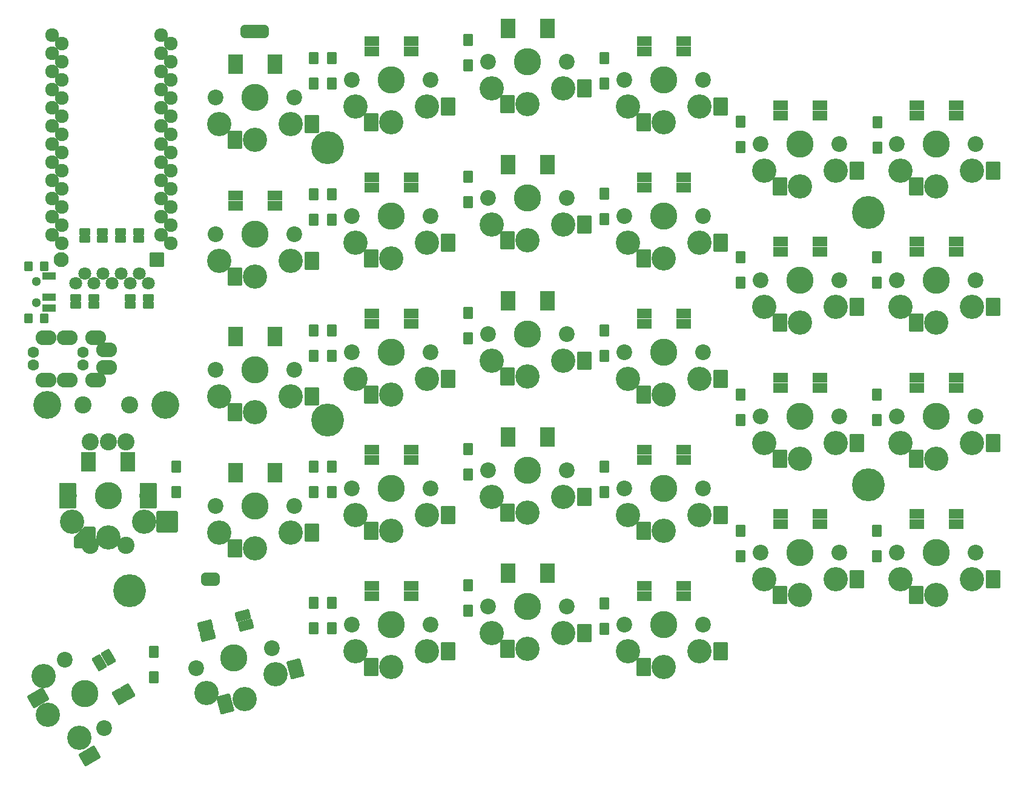
<source format=gbr>
%TF.GenerationSoftware,KiCad,Pcbnew,8.0.7-8.0.7-0~ubuntu24.04.1*%
%TF.CreationDate,2024-12-06T11:00:36+01:00*%
%TF.ProjectId,SofleKeyboard,536f666c-654b-4657-9962-6f6172642e6b,rev?*%
%TF.SameCoordinates,Original*%
%TF.FileFunction,Soldermask,Top*%
%TF.FilePolarity,Negative*%
%FSLAX46Y46*%
G04 Gerber Fmt 4.6, Leading zero omitted, Abs format (unit mm)*
G04 Created by KiCad (PCBNEW 8.0.7-8.0.7-0~ubuntu24.04.1) date 2024-12-06 11:00:36*
%MOMM*%
%LPD*%
G01*
G04 APERTURE LIST*
G04 Aperture macros list*
%AMRoundRect*
0 Rectangle with rounded corners*
0 $1 Rounding radius*
0 $2 $3 $4 $5 $6 $7 $8 $9 X,Y pos of 4 corners*
0 Add a 4 corners polygon primitive as box body*
4,1,4,$2,$3,$4,$5,$6,$7,$8,$9,$2,$3,0*
0 Add four circle primitives for the rounded corners*
1,1,$1+$1,$2,$3*
1,1,$1+$1,$4,$5*
1,1,$1+$1,$6,$7*
1,1,$1+$1,$8,$9*
0 Add four rect primitives between the rounded corners*
20,1,$1+$1,$2,$3,$4,$5,0*
20,1,$1+$1,$4,$5,$6,$7,0*
20,1,$1+$1,$6,$7,$8,$9,0*
20,1,$1+$1,$8,$9,$2,$3,0*%
%AMFreePoly0*
4,1,40,0.636777,0.930194,0.706366,0.874698,0.744986,0.794504,0.750000,0.750000,0.750000,-0.750000,0.730194,-0.836777,0.674698,-0.906366,0.594504,-0.944986,0.550000,-0.950000,0.000000,-0.950000,-0.022297,-0.944911,-0.071157,-0.944911,-0.127504,-0.936810,-0.264055,-0.896715,-0.315837,-0.873066,-0.435559,-0.796125,-0.478580,-0.758847,-0.571777,-0.651292,-0.602554,-0.603402,-0.661673,-0.473948,
-0.677710,-0.419330,-0.697964,-0.278464,-0.700000,-0.250000,-0.700000,0.250000,-0.697964,0.278464,-0.677710,0.419330,-0.661673,0.473948,-0.602554,0.603402,-0.571777,0.651292,-0.478580,0.758847,-0.435559,0.796125,-0.315837,0.873066,-0.264055,0.896715,-0.127504,0.936810,-0.071157,0.944911,-0.044660,0.944911,-0.044504,0.944986,0.000000,0.950000,0.550000,0.950000,0.636777,0.930194,
0.636777,0.930194,$1*%
%AMFreePoly1*
4,1,40,0.022297,0.944911,0.071157,0.944911,0.127504,0.936810,0.264055,0.896715,0.315837,0.873066,0.435559,0.796125,0.478580,0.758847,0.571777,0.651292,0.602554,0.603402,0.661673,0.473948,0.677710,0.419330,0.697964,0.278464,0.700000,0.250000,0.700000,-0.250000,0.697964,-0.278464,0.677710,-0.419330,0.661673,-0.473948,0.602554,-0.603402,0.571777,-0.651292,0.478580,-0.758847,
0.435559,-0.796125,0.315837,-0.873066,0.264055,-0.896715,0.127504,-0.936810,0.071157,-0.944911,0.044660,-0.944911,0.044504,-0.944986,0.000000,-0.950000,-0.550000,-0.950000,-0.636777,-0.930194,-0.706366,-0.874698,-0.744986,-0.794504,-0.750000,-0.750000,-0.750000,0.750000,-0.730194,0.836777,-0.674698,0.906366,-0.594504,0.944986,-0.550000,0.950000,0.000000,0.950000,0.022297,0.944911,
0.022297,0.944911,$1*%
%AMFreePoly2*
4,1,22,1.386777,1.480194,1.456366,1.424698,1.494986,1.344504,1.500000,1.300000,1.500000,0.000000,1.480194,-0.086777,1.441421,-0.141421,0.141421,-1.441421,0.066056,-1.488777,0.000000,-1.500000,-1.300000,-1.500000,-1.386777,-1.480194,-1.456366,-1.424698,-1.494986,-1.344504,-1.500000,-1.300000,-1.500000,1.300000,-1.480194,1.386777,-1.424698,1.456366,-1.344504,1.494986,-1.300000,1.500000,
1.300000,1.500000,1.386777,1.480194,1.386777,1.480194,$1*%
%AMFreePoly3*
4,1,40,0.586777,0.930194,0.656366,0.874698,0.694986,0.794504,0.700000,0.750000,0.700000,-0.750000,0.680194,-0.836777,0.624698,-0.906366,0.544504,-0.944986,0.500000,-0.950000,0.000000,-0.950000,-0.022297,-0.944911,-0.071157,-0.944911,-0.127504,-0.936810,-0.264055,-0.896715,-0.315837,-0.873066,-0.435559,-0.796125,-0.478580,-0.758847,-0.571777,-0.651292,-0.602554,-0.603402,-0.661673,-0.473948,
-0.677710,-0.419330,-0.697964,-0.278464,-0.700000,-0.250000,-0.700000,0.250000,-0.697964,0.278464,-0.677710,0.419330,-0.661673,0.473948,-0.602554,0.603402,-0.571777,0.651292,-0.478580,0.758847,-0.435559,0.796125,-0.315837,0.873066,-0.264055,0.896715,-0.127504,0.936810,-0.071157,0.944911,-0.044660,0.944911,-0.044504,0.944986,0.000000,0.950000,0.500000,0.950000,0.586777,0.930194,
0.586777,0.930194,$1*%
%AMFreePoly4*
4,1,40,0.022297,0.944911,0.071157,0.944911,0.127504,0.936810,0.264055,0.896715,0.315837,0.873066,0.435559,0.796125,0.478580,0.758847,0.571777,0.651292,0.602554,0.603402,0.661673,0.473948,0.677710,0.419330,0.697964,0.278464,0.700000,0.250000,0.700000,-0.250000,0.697964,-0.278464,0.677710,-0.419330,0.661673,-0.473948,0.602554,-0.603402,0.571777,-0.651292,0.478580,-0.758847,
0.435559,-0.796125,0.315837,-0.873066,0.264055,-0.896715,0.127504,-0.936810,0.071157,-0.944911,0.044660,-0.944911,0.044504,-0.944986,0.000000,-0.950000,-0.500000,-0.950000,-0.586777,-0.930194,-0.656366,-0.874698,-0.694986,-0.794504,-0.700000,-0.750000,-0.700000,0.750000,-0.680194,0.836777,-0.624698,0.906366,-0.544504,0.944986,-0.500000,0.950000,0.000000,0.950000,0.022297,0.944911,
0.022297,0.944911,$1*%
G04 Aperture macros list end*
%ADD10C,1.600000*%
%ADD11O,2.900000X2.100000*%
%ADD12C,4.600000*%
%ADD13C,1.924000*%
%ADD14RoundRect,0.200000X0.571500X-0.317500X0.571500X0.317500X-0.571500X0.317500X-0.571500X-0.317500X0*%
%ADD15C,2.400000*%
%ADD16RoundRect,0.200000X-0.475000X0.650000X-0.475000X-0.650000X0.475000X-0.650000X0.475000X0.650000X0*%
%ADD17C,2.200000*%
%ADD18C,3.400000*%
%ADD19C,3.800000*%
%ADD20RoundRect,0.200000X0.850000X0.500000X-0.850000X0.500000X-0.850000X-0.500000X0.850000X-0.500000X0*%
%ADD21RoundRect,0.200000X0.800000X1.100000X-0.800000X1.100000X-0.800000X-1.100000X0.800000X-1.100000X0*%
%ADD22RoundRect,0.200000X0.858013X-0.486122X0.008013X0.986122X-0.858013X0.486122X-0.008013X-0.986122X0*%
%ADD23RoundRect,0.200000X1.352628X-0.142820X0.552628X1.242820X-1.352628X0.142820X-0.552628X-1.242820X0*%
%ADD24C,3.900000*%
%ADD25C,1.797000*%
%ADD26RoundRect,0.200000X-1.000000X1.600000X-1.000000X-1.600000X1.000000X-1.600000X1.000000X1.600000X0*%
%ADD27RoundRect,0.200000X0.691627X0.702959X-0.950446X0.262967X-0.691627X-0.702959X0.950446X-0.262967X0*%
%ADD28RoundRect,0.200000X0.488040X1.269574X-1.057442X0.855463X-0.488040X-1.269574X1.057442X-0.855463X0*%
%ADD29FreePoly0,0.000000*%
%ADD30RoundRect,0.200000X-0.500000X-0.750000X0.500000X-0.750000X0.500000X0.750000X-0.500000X0.750000X0*%
%ADD31FreePoly1,0.000000*%
%ADD32C,2.100000*%
%ADD33RoundRect,0.200000X-0.571500X0.317500X-0.571500X-0.317500X0.571500X-0.317500X0.571500X0.317500X0*%
%ADD34RoundRect,0.200000X-0.400000X0.500000X-0.400000X-0.500000X0.400000X-0.500000X0.400000X0.500000X0*%
%ADD35C,1.300000*%
%ADD36RoundRect,0.200000X-0.750000X0.350000X-0.750000X-0.350000X0.750000X-0.350000X0.750000X0.350000X0*%
%ADD37RoundRect,0.200000X1.300000X1.300000X-1.300000X1.300000X-1.300000X-1.300000X1.300000X-1.300000X0*%
%ADD38FreePoly2,180.000000*%
%ADD39FreePoly3,0.000000*%
%ADD40FreePoly4,0.000000*%
%ADD41RoundRect,0.308824X-0.741176X-0.741176X0.741176X-0.741176X0.741176X0.741176X-0.741176X0.741176X0*%
G04 APERTURE END LIST*
D10*
X89500000Y-87400000D03*
X96500000Y-87400000D03*
X89500000Y-85650000D03*
X96500000Y-85650000D03*
D11*
X98300000Y-89500000D03*
X98300000Y-83550000D03*
X94300000Y-89500000D03*
X94300000Y-83550000D03*
X91300000Y-89500000D03*
X91300000Y-83550000D03*
X99800000Y-87750000D03*
X99800000Y-85300000D03*
D12*
X103000000Y-119000000D03*
D13*
X92180000Y-41230000D03*
X108718815Y-42425745D03*
X92180000Y-43770000D03*
X108718815Y-44965745D03*
X92180000Y-46310000D03*
X108718815Y-47505745D03*
X92180000Y-48850000D03*
X108718815Y-50045745D03*
X92180000Y-51390000D03*
X108718815Y-52585745D03*
X92180000Y-53930000D03*
X108718815Y-55125745D03*
X92180000Y-56470000D03*
X108718815Y-57665745D03*
X92180000Y-59010000D03*
X108718815Y-60205745D03*
X92180000Y-61550000D03*
X108718815Y-62745745D03*
X92180000Y-64090000D03*
X108718815Y-65285745D03*
X92180000Y-66630000D03*
X108718815Y-67825745D03*
X92180000Y-69170000D03*
X108718815Y-70365745D03*
X93478815Y-70365745D03*
X107420000Y-69170000D03*
X93478815Y-67825745D03*
X107420000Y-66630000D03*
X93478815Y-65285745D03*
X107420000Y-64090000D03*
X93478815Y-62745745D03*
X107420000Y-61550000D03*
X93478815Y-60205745D03*
X107420000Y-59010000D03*
X93478815Y-57665745D03*
X107420000Y-56470000D03*
X93478815Y-55125745D03*
X107420000Y-53930000D03*
X93478815Y-52585745D03*
X107420000Y-51390000D03*
X93478815Y-50045745D03*
X107420000Y-48850000D03*
X93478815Y-47505745D03*
X107420000Y-46310000D03*
X93478815Y-44965745D03*
X107420000Y-43770000D03*
X93478815Y-42425745D03*
X107420000Y-41230000D03*
D14*
X104300000Y-69800379D03*
X104300000Y-68799619D03*
X101700000Y-69800379D03*
X101700000Y-68799619D03*
X99200000Y-69800380D03*
X99200000Y-68799620D03*
D15*
X103000000Y-93000000D03*
X96500000Y-93000000D03*
D16*
X128704999Y-44452000D03*
X128704999Y-48002000D03*
X131245000Y-44455000D03*
X131245000Y-48005000D03*
X150345001Y-41955000D03*
X150345001Y-45505000D03*
X169345000Y-44455000D03*
X169345000Y-48005000D03*
X188445000Y-53325000D03*
X188445000Y-56875000D03*
X207545000Y-53455000D03*
X207545000Y-57005000D03*
X128705000Y-82555000D03*
X128705000Y-86105000D03*
X128705001Y-101655000D03*
X128705001Y-105205000D03*
X109550000Y-101655000D03*
X109550000Y-105205000D03*
X106399120Y-127527640D03*
X106399120Y-131077640D03*
D17*
X126050000Y-50000000D03*
D18*
X125550000Y-53700000D03*
X120550000Y-55900000D03*
D19*
X120550000Y-50000000D03*
D18*
X115550000Y-53700000D03*
D17*
X115050000Y-50000000D03*
D20*
X117800000Y-46001000D03*
X117800000Y-44601000D03*
X123300000Y-44601000D03*
X123300000Y-46001000D03*
D21*
X117750000Y-55900000D03*
X128450000Y-53700000D03*
D17*
X164150000Y-45000000D03*
D18*
X163650000Y-48700000D03*
X158650000Y-50900000D03*
D19*
X158650000Y-45000000D03*
D18*
X153650000Y-48700000D03*
D17*
X153150000Y-45000000D03*
D20*
X155900000Y-41001000D03*
X155900000Y-39601000D03*
X161400000Y-39601000D03*
X161400000Y-41001000D03*
D21*
X155850000Y-50900000D03*
X166550000Y-48700000D03*
D17*
X126049999Y-88100000D03*
D18*
X125549999Y-91800000D03*
X120549999Y-94000000D03*
D19*
X120549999Y-88100000D03*
D18*
X115549999Y-91800000D03*
D17*
X115049999Y-88100000D03*
D20*
X117799999Y-84101000D03*
X117799999Y-82701000D03*
X123299999Y-82701000D03*
X123299999Y-84101000D03*
D21*
X117749999Y-94000000D03*
X128449999Y-91800000D03*
D17*
X145100000Y-85600001D03*
D18*
X144600000Y-89300001D03*
X139600000Y-91500001D03*
D19*
X139600000Y-85600001D03*
D18*
X134600000Y-89300001D03*
D17*
X134100000Y-85600001D03*
D20*
X136850000Y-81601001D03*
X136850000Y-80201001D03*
X142350000Y-80201001D03*
X142350000Y-81601001D03*
D21*
X136800000Y-91500001D03*
X147500000Y-89300001D03*
D17*
X126050000Y-107150000D03*
D18*
X125550000Y-110850000D03*
X120550000Y-113050000D03*
D19*
X120550000Y-107150000D03*
D18*
X115550000Y-110850000D03*
D17*
X115050000Y-107150000D03*
D20*
X117800000Y-103151000D03*
X117800000Y-101751000D03*
X123300000Y-101751000D03*
X123300000Y-103151000D03*
D21*
X117750000Y-113050000D03*
X128450000Y-110850000D03*
D17*
X164150000Y-102150000D03*
D18*
X163650000Y-105850000D03*
X158650000Y-108050000D03*
D19*
X158650000Y-102150000D03*
D18*
X153650000Y-105850000D03*
D17*
X153150000Y-102150000D03*
D20*
X155900000Y-98151000D03*
X155900000Y-96751000D03*
X161400000Y-96751000D03*
X161400000Y-98151000D03*
D21*
X155850000Y-108050000D03*
X166550000Y-105850000D03*
D17*
X202250000Y-113650000D03*
D18*
X201750000Y-117350000D03*
X196750000Y-119550000D03*
D19*
X196750000Y-113650000D03*
D18*
X191750000Y-117350000D03*
D17*
X191250000Y-113650000D03*
D20*
X194000000Y-109651000D03*
X194000000Y-108251000D03*
X199500000Y-108251000D03*
X199500000Y-109651000D03*
D21*
X193950000Y-119550000D03*
X204650000Y-117350000D03*
D17*
X99460000Y-138163140D03*
D18*
X96005706Y-139580127D03*
X91600450Y-136350000D03*
D19*
X96710000Y-133400000D03*
D18*
X91005706Y-130919873D03*
D17*
X93960000Y-128636860D03*
D22*
X98798236Y-129018930D03*
X100010671Y-128318930D03*
X102760671Y-133082070D03*
X101548236Y-133782070D03*
D23*
X90200450Y-133925129D03*
X97455706Y-142091601D03*
D24*
X91499999Y-93000000D03*
D14*
X96700000Y-69800379D03*
X96700000Y-68799619D03*
D25*
X96700000Y-74600000D03*
X99240000Y-74600000D03*
X101780000Y-74600000D03*
X104320000Y-74600000D03*
D24*
X108000000Y-93000000D03*
D15*
X102500000Y-98150000D03*
X97500000Y-98150000D03*
X100000000Y-98150000D03*
D26*
X105600000Y-105650000D03*
X94400000Y-105650000D03*
D15*
X97500000Y-112650000D03*
X102500000Y-112650000D03*
D17*
X122912592Y-126976495D03*
D18*
X123387260Y-130679830D03*
X119127032Y-134098962D03*
D19*
X117600000Y-128400000D03*
D18*
X113728001Y-133268021D03*
D17*
X112287408Y-129823505D03*
D27*
X113908687Y-125249015D03*
X113546340Y-123896719D03*
X118858932Y-122473214D03*
X119221279Y-123825510D03*
D28*
X116422440Y-134823656D03*
X126188444Y-129929255D03*
D17*
X221300000Y-75550000D03*
D18*
X220800000Y-79250000D03*
X215800000Y-81450000D03*
D19*
X215800000Y-75550000D03*
D18*
X210800000Y-79250000D03*
D17*
X210300000Y-75550000D03*
D20*
X213050000Y-71551000D03*
X213050000Y-70151000D03*
X218550000Y-70151000D03*
X218550000Y-71551000D03*
D21*
X213000000Y-81450000D03*
X223700000Y-79250000D03*
D17*
X221300000Y-94600000D03*
D18*
X220800000Y-98300000D03*
X215800000Y-100500000D03*
D19*
X215800000Y-94600000D03*
D18*
X210800000Y-98300000D03*
D17*
X210300000Y-94600000D03*
D20*
X213050000Y-90601000D03*
X213050000Y-89201000D03*
X218550000Y-89201000D03*
X218550000Y-90601000D03*
D21*
X213000000Y-100500000D03*
X223700000Y-98300000D03*
D17*
X221300000Y-113650000D03*
D18*
X220800000Y-117350000D03*
X215800000Y-119550000D03*
D19*
X215800000Y-113650000D03*
D18*
X210800000Y-117350000D03*
D17*
X210300000Y-113650000D03*
D20*
X213050000Y-109651000D03*
X213050000Y-108251000D03*
X218550000Y-108251000D03*
X218550000Y-109651000D03*
D21*
X213000000Y-119550000D03*
X223700000Y-117350000D03*
D17*
X183200000Y-47500000D03*
D18*
X182700000Y-51200000D03*
X177700000Y-53400000D03*
D19*
X177700000Y-47500000D03*
D18*
X172700000Y-51200000D03*
D17*
X172200000Y-47500000D03*
D20*
X174950000Y-43501000D03*
X174950000Y-42101000D03*
X180450000Y-42101000D03*
X180450000Y-43501000D03*
D21*
X174900000Y-53400000D03*
X185600000Y-51200000D03*
D12*
X206275000Y-66025000D03*
D16*
X128705001Y-63555000D03*
X128705001Y-67105000D03*
X131245000Y-63555000D03*
X131245000Y-67105000D03*
X150345000Y-61045000D03*
X150345000Y-64595000D03*
X169345000Y-63455000D03*
X169345000Y-67005000D03*
X188445000Y-72354999D03*
X188445000Y-75904999D03*
X207445001Y-72355001D03*
X207445001Y-75905001D03*
D17*
X202250000Y-56500000D03*
D18*
X201750000Y-60200000D03*
X196750000Y-62400000D03*
D19*
X196750000Y-56500000D03*
D18*
X191750000Y-60200000D03*
D17*
X191250000Y-56500000D03*
D20*
X194000000Y-52501000D03*
X194000000Y-51101000D03*
X199500000Y-51101000D03*
X199500000Y-52501000D03*
D21*
X193950000Y-62400000D03*
X204650000Y-60200000D03*
D17*
X145100000Y-66550001D03*
D18*
X144600000Y-70250001D03*
X139600000Y-72450001D03*
D19*
X139600000Y-66550001D03*
D18*
X134600000Y-70250001D03*
D17*
X134100000Y-66550001D03*
D20*
X136850000Y-62551001D03*
X136850000Y-61151001D03*
X142350000Y-61151001D03*
X142350000Y-62551001D03*
D21*
X136800000Y-72450001D03*
X147500000Y-70250001D03*
D17*
X183200000Y-66550000D03*
D18*
X182700000Y-70250000D03*
X177700000Y-72450000D03*
D19*
X177700000Y-66550000D03*
D18*
X172700000Y-70250000D03*
D17*
X172200000Y-66550000D03*
D20*
X174950000Y-62551000D03*
X174950000Y-61151000D03*
X180450000Y-61151000D03*
X180450000Y-62551000D03*
D21*
X174900000Y-72450000D03*
X185600000Y-70250000D03*
D17*
X164150001Y-64050000D03*
D18*
X163650001Y-67750000D03*
X158650001Y-69950000D03*
D19*
X158650001Y-64050000D03*
D18*
X153650001Y-67750000D03*
D17*
X153150001Y-64050000D03*
D20*
X155900001Y-60051000D03*
X155900001Y-58651000D03*
X161400001Y-58651000D03*
X161400001Y-60051000D03*
D21*
X155850001Y-69950000D03*
X166550001Y-67750000D03*
D17*
X183200000Y-85600001D03*
D18*
X182700000Y-89300001D03*
X177700000Y-91500001D03*
D19*
X177700000Y-85600001D03*
D18*
X172700000Y-89300001D03*
D17*
X172200000Y-85600001D03*
D20*
X174950000Y-81601001D03*
X174950000Y-80201001D03*
X180450000Y-80201001D03*
X180450000Y-81601001D03*
D21*
X174900000Y-91500001D03*
X185600000Y-89300001D03*
D17*
X221300000Y-56500000D03*
D18*
X220800000Y-60200000D03*
X215800000Y-62400000D03*
D19*
X215800000Y-56500000D03*
D18*
X210800000Y-60200000D03*
D17*
X210300000Y-56500000D03*
D20*
X213050000Y-52501000D03*
X213050000Y-51101000D03*
X218550000Y-51101000D03*
X218550000Y-52501000D03*
D21*
X213000000Y-62400000D03*
X223700000Y-60200000D03*
D17*
X126049999Y-69100000D03*
D18*
X125549999Y-72800000D03*
X120549999Y-75000000D03*
D19*
X120549999Y-69100000D03*
D18*
X115549999Y-72800000D03*
D17*
X115049999Y-69100000D03*
D20*
X117799999Y-65101000D03*
X117799999Y-63701000D03*
X123299999Y-63701000D03*
X123299999Y-65101000D03*
D21*
X117749999Y-75000000D03*
X128449999Y-72800000D03*
D17*
X183200000Y-123699999D03*
D18*
X182700000Y-127399999D03*
X177700000Y-129599999D03*
D19*
X177700000Y-123699999D03*
D18*
X172700000Y-127399999D03*
D17*
X172200000Y-123699999D03*
D20*
X174950000Y-119700999D03*
X174950000Y-118300999D03*
X180450000Y-118300999D03*
X180450000Y-119700999D03*
D21*
X174900000Y-129599999D03*
X185600000Y-127399999D03*
D17*
X202250000Y-75549999D03*
D18*
X201750000Y-79249999D03*
X196750000Y-81449999D03*
D19*
X196750000Y-75549999D03*
D18*
X191750000Y-79249999D03*
D17*
X191250000Y-75549999D03*
D20*
X194000000Y-71550999D03*
X194000000Y-70150999D03*
X199500000Y-70150999D03*
X199500000Y-71550999D03*
D21*
X193950000Y-81449999D03*
X204650000Y-79249999D03*
D17*
X183200000Y-104650001D03*
D18*
X182700000Y-108350001D03*
X177700000Y-110550001D03*
D19*
X177700000Y-104650001D03*
D18*
X172700000Y-108350001D03*
D17*
X172200000Y-104650001D03*
D20*
X174950000Y-100651001D03*
X174950000Y-99251001D03*
X180450000Y-99251001D03*
X180450000Y-100651001D03*
D21*
X174900000Y-110550001D03*
X185600000Y-108350001D03*
D17*
X202250000Y-94600000D03*
D18*
X201750000Y-98300000D03*
X196750000Y-100500000D03*
D19*
X196750000Y-94600000D03*
D18*
X191750000Y-98300000D03*
D17*
X191250000Y-94600000D03*
D20*
X194000000Y-90601000D03*
X194000000Y-89201000D03*
X199500000Y-89201000D03*
X199500000Y-90601000D03*
D21*
X193950000Y-100500000D03*
X204650000Y-98300000D03*
D17*
X164150000Y-121200000D03*
D18*
X163650000Y-124900000D03*
X158650000Y-127100000D03*
D19*
X158650000Y-121200000D03*
D18*
X153650000Y-124900000D03*
D17*
X153150000Y-121200000D03*
D20*
X155900000Y-117201000D03*
X155900000Y-115801000D03*
X161400000Y-115801000D03*
X161400000Y-117201000D03*
D21*
X155850000Y-127100000D03*
X166550000Y-124900000D03*
D17*
X164150000Y-83100000D03*
D18*
X163650000Y-86800000D03*
X158650000Y-89000000D03*
D19*
X158650000Y-83100000D03*
D18*
X153650000Y-86800000D03*
D17*
X153150000Y-83100000D03*
D20*
X155900000Y-79101000D03*
X155900000Y-77701000D03*
X161400000Y-77701000D03*
X161400000Y-79101000D03*
D21*
X155850000Y-89000000D03*
X166550000Y-86800000D03*
D17*
X145100000Y-47500000D03*
D18*
X144600000Y-51200000D03*
X139600000Y-53400000D03*
D19*
X139600000Y-47500000D03*
D18*
X134600000Y-51200000D03*
D17*
X134100000Y-47500000D03*
D20*
X136850000Y-43501000D03*
X136850000Y-42101000D03*
X142350000Y-42101000D03*
X142350000Y-43501000D03*
D21*
X136800000Y-53400000D03*
X147500000Y-51200000D03*
D16*
X128705000Y-120655000D03*
X128705000Y-124205000D03*
D17*
X145100000Y-104650001D03*
D18*
X144600000Y-108350001D03*
X139600000Y-110550001D03*
D19*
X139600000Y-104650001D03*
D18*
X134600000Y-108350001D03*
D17*
X134100000Y-104650001D03*
D20*
X136850000Y-100651001D03*
X136850000Y-99251001D03*
X142350000Y-99251001D03*
X142350000Y-100651001D03*
D21*
X136800000Y-110550001D03*
X147500000Y-108350001D03*
D12*
X206275000Y-104125000D03*
D16*
X150345000Y-80145000D03*
X150345000Y-83695000D03*
X169345000Y-82555000D03*
X169345000Y-86105000D03*
X188445000Y-91555000D03*
X188445000Y-95105000D03*
X207445000Y-91555000D03*
X207445000Y-95105000D03*
X131245000Y-120655000D03*
X131245000Y-124205000D03*
X150345000Y-118245000D03*
X150345000Y-121795000D03*
X207495000Y-110555000D03*
X207495000Y-114105000D03*
X131245000Y-101655000D03*
X131245000Y-105205000D03*
X150345000Y-99145000D03*
X150345000Y-102695000D03*
X169344999Y-101655000D03*
X169344999Y-105205000D03*
X188445000Y-110555000D03*
X188445000Y-114105000D03*
X131245000Y-82555001D03*
X131245000Y-86105001D03*
X169345000Y-120755000D03*
X169345000Y-124305000D03*
D17*
X145099999Y-123700000D03*
D18*
X144599999Y-127400000D03*
X139599999Y-129600000D03*
D19*
X139599999Y-123700000D03*
D18*
X134599999Y-127400000D03*
D17*
X134099999Y-123700000D03*
D20*
X136849999Y-119701000D03*
X136849999Y-118301000D03*
X142349999Y-118301000D03*
X142349999Y-119701000D03*
D21*
X136799999Y-129600000D03*
X147499999Y-127400000D03*
D12*
X130700000Y-57024999D03*
X130700000Y-95125000D03*
D29*
X119200000Y-40700000D03*
D30*
X120500000Y-40700000D03*
D31*
X121800000Y-40700000D03*
D32*
X93450000Y-72700000D03*
D33*
X95430000Y-78000000D03*
X95430000Y-79000760D03*
X103050000Y-78000000D03*
X103050000Y-79000760D03*
D34*
X91105000Y-73550000D03*
X88895000Y-73550000D03*
D35*
X89995000Y-75700000D03*
X89995000Y-78700000D03*
D34*
X91105000Y-80850000D03*
X88895000Y-80850000D03*
D36*
X91755000Y-74950000D03*
X91755000Y-77950000D03*
X91755000Y-79450000D03*
D33*
X97970000Y-78000000D03*
X97970000Y-79000760D03*
D25*
X95430000Y-75920000D03*
X97970000Y-75920000D03*
X100510000Y-75920000D03*
X103050000Y-75920000D03*
X105590000Y-75920000D03*
D33*
X105590000Y-78000000D03*
X105590000Y-79000760D03*
D17*
X105500000Y-105650000D03*
D18*
X105000000Y-109350000D03*
X100000000Y-111550000D03*
D19*
X100000000Y-105650000D03*
D18*
X95000000Y-109350000D03*
D17*
X94500000Y-105650000D03*
D20*
X97250000Y-101651000D03*
X97250000Y-100251000D03*
X102750000Y-100251000D03*
X102750000Y-101651000D03*
D37*
X108275000Y-109350000D03*
D38*
X96725000Y-111550000D03*
D39*
X113650000Y-117400000D03*
D40*
X114950000Y-117400000D03*
D41*
X106850000Y-72700000D03*
D35*
X89995000Y-78700000D03*
X89995000Y-75700000D03*
M02*

</source>
